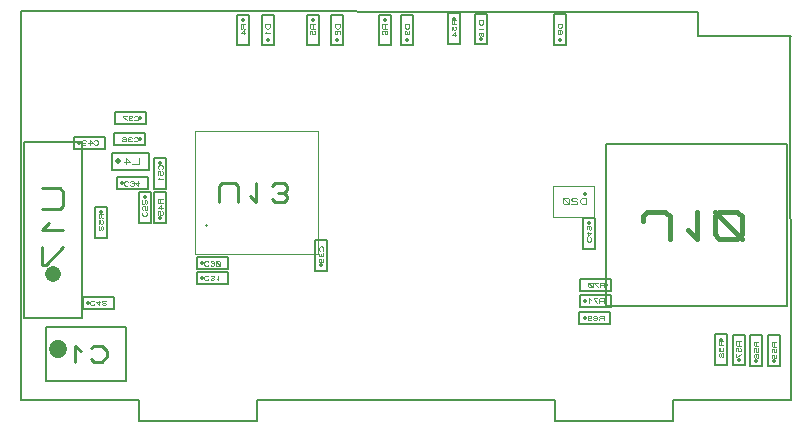
<source format=gbr>
G04 PROTEUS RS274X GERBER FILE*
%FSLAX45Y45*%
%MOMM*%
G01*
%ADD42C,0.203200*%
%ADD100C,0.050000*%
%ADD117C,0.270000*%
%ADD118C,0.262250*%
%ADD108C,0.360000*%
%ADD119C,0.086250*%
%ADD11C,1.524000*%
%ADD105C,0.225210*%
%ADD120C,0.382400*%
%ADD121C,1.350000*%
%ADD122C,0.294000*%
%ADD111C,0.355600*%
%ADD112C,0.060960*%
%ADD12C,0.508000*%
%ADD123C,0.085340*%
D42*
X+818980Y-4046380D02*
X+818980Y-756380D01*
D100*
X+2291340Y-2811940D02*
X+3335340Y-2811940D01*
X+3335340Y-1767940D01*
X+2291340Y-1767940D01*
X+2291340Y-2811940D01*
D117*
X+2389340Y-2564940D02*
X+2389340Y-2564940D01*
D118*
X+2498640Y-2368615D02*
X+2498640Y-2237490D01*
X+2524865Y-2211265D01*
X+2629765Y-2211265D01*
X+2655990Y-2237490D01*
X+2655990Y-2368615D01*
X+2760890Y-2316165D02*
X+2813340Y-2368615D01*
X+2813340Y-2211265D01*
X+2944465Y-2342390D02*
X+2970690Y-2368615D01*
X+3049365Y-2368615D01*
X+3075590Y-2342390D01*
X+3075590Y-2316165D01*
X+3049365Y-2289940D01*
X+3075590Y-2263715D01*
X+3075590Y-2237490D01*
X+3049365Y-2211265D01*
X+2970690Y-2211265D01*
X+2944465Y-2237490D01*
X+2996915Y-2289940D02*
X+3049365Y-2289940D01*
D42*
X+7338980Y-4046380D02*
X+7336440Y-966720D01*
X+817880Y-754380D02*
X+6554000Y-756920D01*
X+1818640Y-4046220D02*
X+1818640Y-4216700D01*
X+1818640Y-4218940D02*
X+2016760Y-4218940D01*
X+1818640Y-4218940D02*
X+2817020Y-4218940D01*
X+2817460Y-4047860D02*
X+2817460Y-4218340D01*
D100*
X+5330000Y-2493500D02*
X+5670000Y-2493500D01*
X+5670000Y-2233500D01*
X+5330000Y-2233500D01*
X+5330000Y-2493500D01*
D108*
X+5595000Y-2298500D02*
X+5595000Y-2298500D01*
D119*
X+5603500Y-2389375D02*
X+5603500Y-2337625D01*
X+5569000Y-2337625D01*
X+5551750Y-2354875D01*
X+5551750Y-2372125D01*
X+5569000Y-2389375D01*
X+5603500Y-2389375D01*
X+5525875Y-2346250D02*
X+5517250Y-2337625D01*
X+5491375Y-2337625D01*
X+5482750Y-2346250D01*
X+5482750Y-2354875D01*
X+5491375Y-2363500D01*
X+5517250Y-2363500D01*
X+5525875Y-2372125D01*
X+5525875Y-2389375D01*
X+5482750Y-2389375D01*
X+5465500Y-2380750D02*
X+5465500Y-2346250D01*
X+5456875Y-2337625D01*
X+5422375Y-2337625D01*
X+5413750Y-2346250D01*
X+5413750Y-2380750D01*
X+5422375Y-2389375D01*
X+5456875Y-2389375D01*
X+5465500Y-2380750D01*
X+5465500Y-2389375D02*
X+5413750Y-2337625D01*
D42*
X+1034840Y-3881200D02*
X+1710480Y-3881200D01*
X+1710480Y-3426540D01*
X+1034840Y-3426540D01*
X+1034840Y-3881200D01*
D11*
X+1136440Y-3617040D02*
X+1136440Y-3617040D01*
D105*
X+1417703Y-3698913D02*
X+1440224Y-3721434D01*
X+1507788Y-3721434D01*
X+1552830Y-3676391D01*
X+1552830Y-3631349D01*
X+1507788Y-3586306D01*
X+1440224Y-3586306D01*
X+1417703Y-3608827D01*
X+1327618Y-3631349D02*
X+1282575Y-3586306D01*
X+1282575Y-3721434D01*
D42*
X+5778240Y-3246960D02*
X+7307860Y-3246960D01*
X+7307860Y-1881440D01*
X+5778240Y-1881440D01*
X+5778240Y-3246960D01*
D120*
X+6084164Y-2525960D02*
X+6084164Y-2487719D01*
X+6122404Y-2449479D01*
X+6275366Y-2449479D01*
X+6313607Y-2487719D01*
X+6313607Y-2678922D01*
X+6466569Y-2602441D02*
X+6543050Y-2678922D01*
X+6543050Y-2449479D01*
X+6696012Y-2487719D02*
X+6696012Y-2640681D01*
X+6734252Y-2678922D01*
X+6887214Y-2678922D01*
X+6925455Y-2640681D01*
X+6925455Y-2487719D01*
X+6887214Y-2449479D01*
X+6734252Y-2449479D01*
X+6696012Y-2487719D01*
X+6696012Y-2449479D02*
X+6925455Y-2678922D01*
D42*
X+2816860Y-4046220D02*
X+5341620Y-4046220D01*
X+1818640Y-4046220D02*
X+817880Y-4046220D01*
X+5341620Y-4218940D02*
X+5341620Y-4046220D01*
X+6339840Y-4046220D02*
X+7338060Y-4046220D01*
X+6339840Y-4218940D02*
X+6339840Y-4046220D01*
X+5341620Y-4218940D02*
X+6339840Y-4218940D01*
X+845480Y-3352820D02*
X+1335480Y-3352820D01*
X+1335480Y-1856820D01*
X+845480Y-1856820D01*
X+845480Y-3352820D01*
D121*
X+1090480Y-2981820D02*
X+1090480Y-2981820D01*
D122*
X+1002280Y-2252020D02*
X+1149280Y-2252020D01*
X+1178680Y-2281420D01*
X+1178680Y-2399020D01*
X+1149280Y-2428420D01*
X+1002280Y-2428420D01*
X+1061080Y-2546020D02*
X+1002280Y-2604820D01*
X+1178680Y-2604820D01*
X+1002280Y-2751820D02*
X+1002280Y-2898820D01*
X+1031680Y-2898820D01*
X+1178680Y-2751820D01*
D42*
X+1447300Y-2671750D02*
X+1548900Y-2671750D01*
X+1548900Y-2410130D01*
X+1447300Y-2410130D01*
X+1447300Y-2671750D01*
D111*
X+1498100Y-2454580D02*
X+1498100Y-2454580D01*
D112*
X+1516388Y-2467788D02*
X+1479812Y-2467788D01*
X+1479812Y-2498268D01*
X+1485908Y-2504364D01*
X+1492004Y-2504364D01*
X+1498100Y-2498268D01*
X+1498100Y-2467788D01*
X+1498100Y-2498268D02*
X+1504196Y-2504364D01*
X+1516388Y-2504364D01*
X+1479812Y-2553132D02*
X+1479812Y-2522652D01*
X+1492004Y-2522652D01*
X+1492004Y-2547036D01*
X+1498100Y-2553132D01*
X+1510292Y-2553132D01*
X+1516388Y-2547036D01*
X+1516388Y-2528748D01*
X+1510292Y-2522652D01*
X+1485908Y-2571420D02*
X+1479812Y-2577516D01*
X+1479812Y-2595804D01*
X+1485908Y-2601900D01*
X+1492004Y-2601900D01*
X+1498100Y-2595804D01*
X+1504196Y-2601900D01*
X+1510292Y-2601900D01*
X+1516388Y-2595804D01*
X+1516388Y-2577516D01*
X+1510292Y-2571420D01*
X+1498100Y-2583612D02*
X+1498100Y-2595804D01*
D42*
X+1348450Y-3273400D02*
X+1610070Y-3273400D01*
X+1610070Y-3171800D01*
X+1348450Y-3171800D01*
X+1348450Y-3273400D01*
D111*
X+1392900Y-3222600D02*
X+1392900Y-3222600D01*
D112*
X+1442684Y-3210408D02*
X+1436588Y-3204312D01*
X+1418300Y-3204312D01*
X+1406108Y-3216504D01*
X+1406108Y-3228696D01*
X+1418300Y-3240888D01*
X+1436588Y-3240888D01*
X+1442684Y-3234792D01*
X+1491452Y-3216504D02*
X+1454876Y-3216504D01*
X+1479260Y-3240888D01*
X+1479260Y-3204312D01*
X+1509740Y-3234792D02*
X+1515836Y-3240888D01*
X+1534124Y-3240888D01*
X+1540220Y-3234792D01*
X+1540220Y-3228696D01*
X+1534124Y-3222600D01*
X+1515836Y-3222600D01*
X+1509740Y-3216504D01*
X+1509740Y-3204312D01*
X+1540220Y-3204312D01*
D42*
X+7149200Y-3760650D02*
X+7250800Y-3760650D01*
X+7250800Y-3499030D01*
X+7149200Y-3499030D01*
X+7149200Y-3760650D01*
D111*
X+7200000Y-3716200D02*
X+7200000Y-3716200D01*
D112*
X+7218288Y-3556688D02*
X+7181712Y-3556688D01*
X+7181712Y-3587168D01*
X+7187808Y-3593264D01*
X+7193904Y-3593264D01*
X+7200000Y-3587168D01*
X+7200000Y-3556688D01*
X+7200000Y-3587168D02*
X+7206096Y-3593264D01*
X+7218288Y-3593264D01*
X+7181712Y-3642032D02*
X+7181712Y-3611552D01*
X+7193904Y-3611552D01*
X+7193904Y-3635936D01*
X+7200000Y-3642032D01*
X+7212192Y-3642032D01*
X+7218288Y-3635936D01*
X+7218288Y-3617648D01*
X+7212192Y-3611552D01*
X+7181712Y-3690800D02*
X+7181712Y-3660320D01*
X+7193904Y-3660320D01*
X+7193904Y-3684704D01*
X+7200000Y-3690800D01*
X+7212192Y-3690800D01*
X+7218288Y-3684704D01*
X+7218288Y-3666416D01*
X+7212192Y-3660320D01*
D42*
X+6996660Y-3755910D02*
X+7098260Y-3755910D01*
X+7098260Y-3494290D01*
X+6996660Y-3494290D01*
X+6996660Y-3755910D01*
D111*
X+7047460Y-3711460D02*
X+7047460Y-3711460D01*
D112*
X+7065748Y-3551948D02*
X+7029172Y-3551948D01*
X+7029172Y-3582428D01*
X+7035268Y-3588524D01*
X+7041364Y-3588524D01*
X+7047460Y-3582428D01*
X+7047460Y-3551948D01*
X+7047460Y-3582428D02*
X+7053556Y-3588524D01*
X+7065748Y-3588524D01*
X+7029172Y-3637292D02*
X+7029172Y-3606812D01*
X+7041364Y-3606812D01*
X+7041364Y-3631196D01*
X+7047460Y-3637292D01*
X+7059652Y-3637292D01*
X+7065748Y-3631196D01*
X+7065748Y-3612908D01*
X+7059652Y-3606812D01*
X+7035268Y-3686060D02*
X+7029172Y-3679964D01*
X+7029172Y-3661676D01*
X+7035268Y-3655580D01*
X+7059652Y-3655580D01*
X+7065748Y-3661676D01*
X+7065748Y-3679964D01*
X+7059652Y-3686060D01*
X+7053556Y-3686060D01*
X+7047460Y-3679964D01*
X+7047460Y-3655580D01*
D42*
X+6846500Y-3753190D02*
X+6948100Y-3753190D01*
X+6948100Y-3491570D01*
X+6846500Y-3491570D01*
X+6846500Y-3753190D01*
D111*
X+6897300Y-3708740D02*
X+6897300Y-3708740D01*
D112*
X+6915588Y-3549228D02*
X+6879012Y-3549228D01*
X+6879012Y-3579708D01*
X+6885108Y-3585804D01*
X+6891204Y-3585804D01*
X+6897300Y-3579708D01*
X+6897300Y-3549228D01*
X+6897300Y-3579708D02*
X+6903396Y-3585804D01*
X+6915588Y-3585804D01*
X+6879012Y-3634572D02*
X+6879012Y-3604092D01*
X+6891204Y-3604092D01*
X+6891204Y-3628476D01*
X+6897300Y-3634572D01*
X+6909492Y-3634572D01*
X+6915588Y-3628476D01*
X+6915588Y-3610188D01*
X+6909492Y-3604092D01*
X+6879012Y-3652860D02*
X+6879012Y-3683340D01*
X+6885108Y-3683340D01*
X+6915588Y-3652860D01*
D42*
X+6698720Y-3750990D02*
X+6800320Y-3750990D01*
X+6800320Y-3489370D01*
X+6698720Y-3489370D01*
X+6698720Y-3750990D01*
D111*
X+6749520Y-3533820D02*
X+6749520Y-3533820D01*
D112*
X+6767808Y-3547028D02*
X+6731232Y-3547028D01*
X+6731232Y-3577508D01*
X+6737328Y-3583604D01*
X+6743424Y-3583604D01*
X+6749520Y-3577508D01*
X+6749520Y-3547028D01*
X+6749520Y-3577508D02*
X+6755616Y-3583604D01*
X+6767808Y-3583604D01*
X+6731232Y-3632372D02*
X+6731232Y-3601892D01*
X+6743424Y-3601892D01*
X+6743424Y-3626276D01*
X+6749520Y-3632372D01*
X+6761712Y-3632372D01*
X+6767808Y-3626276D01*
X+6767808Y-3607988D01*
X+6761712Y-3601892D01*
X+6749520Y-3656756D02*
X+6743424Y-3650660D01*
X+6737328Y-3650660D01*
X+6731232Y-3656756D01*
X+6731232Y-3675044D01*
X+6737328Y-3681140D01*
X+6743424Y-3681140D01*
X+6749520Y-3675044D01*
X+6749520Y-3656756D01*
X+6755616Y-3650660D01*
X+6761712Y-3650660D01*
X+6767808Y-3656756D01*
X+6767808Y-3675044D01*
X+6761712Y-3681140D01*
X+6755616Y-3681140D01*
X+6749520Y-3675044D01*
D42*
X+5579100Y-2763470D02*
X+5680700Y-2763470D01*
X+5680700Y-2501850D01*
X+5579100Y-2501850D01*
X+5579100Y-2763470D01*
D111*
X+5629900Y-2546300D02*
X+5629900Y-2546300D01*
D112*
X+5617708Y-2669236D02*
X+5611612Y-2675332D01*
X+5611612Y-2693620D01*
X+5623804Y-2705812D01*
X+5635996Y-2705812D01*
X+5648188Y-2693620D01*
X+5648188Y-2675332D01*
X+5642092Y-2669236D01*
X+5623804Y-2620468D02*
X+5623804Y-2657044D01*
X+5648188Y-2632660D01*
X+5611612Y-2632660D01*
X+5635996Y-2571700D02*
X+5629900Y-2577796D01*
X+5629900Y-2596084D01*
X+5635996Y-2602180D01*
X+5642092Y-2602180D01*
X+5648188Y-2596084D01*
X+5648188Y-2577796D01*
X+5642092Y-2571700D01*
X+5617708Y-2571700D01*
X+5611612Y-2577796D01*
X+5611612Y-2596084D01*
D42*
X+5554930Y-3120400D02*
X+5816550Y-3120400D01*
X+5816550Y-3018800D01*
X+5554930Y-3018800D01*
X+5554930Y-3120400D01*
D111*
X+5772100Y-3069600D02*
X+5772100Y-3069600D01*
D112*
X+5758892Y-3087888D02*
X+5758892Y-3051312D01*
X+5728412Y-3051312D01*
X+5722316Y-3057408D01*
X+5722316Y-3063504D01*
X+5728412Y-3069600D01*
X+5758892Y-3069600D01*
X+5728412Y-3069600D02*
X+5722316Y-3075696D01*
X+5722316Y-3087888D01*
X+5704028Y-3051312D02*
X+5673548Y-3051312D01*
X+5673548Y-3057408D01*
X+5704028Y-3087888D01*
X+5661356Y-3081792D02*
X+5661356Y-3057408D01*
X+5655260Y-3051312D01*
X+5630876Y-3051312D01*
X+5624780Y-3057408D01*
X+5624780Y-3081792D01*
X+5630876Y-3087888D01*
X+5655260Y-3087888D01*
X+5661356Y-3081792D01*
X+5661356Y-3087888D02*
X+5624780Y-3051312D01*
D42*
X+5552490Y-3255000D02*
X+5814110Y-3255000D01*
X+5814110Y-3153400D01*
X+5552490Y-3153400D01*
X+5552490Y-3255000D01*
D111*
X+5596940Y-3204200D02*
X+5596940Y-3204200D01*
D112*
X+5756452Y-3222488D02*
X+5756452Y-3185912D01*
X+5725972Y-3185912D01*
X+5719876Y-3192008D01*
X+5719876Y-3198104D01*
X+5725972Y-3204200D01*
X+5756452Y-3204200D01*
X+5725972Y-3204200D02*
X+5719876Y-3210296D01*
X+5719876Y-3222488D01*
X+5701588Y-3185912D02*
X+5671108Y-3185912D01*
X+5671108Y-3192008D01*
X+5701588Y-3222488D01*
X+5646724Y-3198104D02*
X+5634532Y-3185912D01*
X+5634532Y-3222488D01*
D42*
X+5549850Y-3402340D02*
X+5811470Y-3402340D01*
X+5811470Y-3300740D01*
X+5549850Y-3300740D01*
X+5549850Y-3402340D01*
D111*
X+5594300Y-3351540D02*
X+5594300Y-3351540D01*
D112*
X+5753812Y-3369828D02*
X+5753812Y-3333252D01*
X+5723332Y-3333252D01*
X+5717236Y-3339348D01*
X+5717236Y-3345444D01*
X+5723332Y-3351540D01*
X+5753812Y-3351540D01*
X+5723332Y-3351540D02*
X+5717236Y-3357636D01*
X+5717236Y-3369828D01*
X+5668468Y-3339348D02*
X+5674564Y-3333252D01*
X+5692852Y-3333252D01*
X+5698948Y-3339348D01*
X+5698948Y-3363732D01*
X+5692852Y-3369828D01*
X+5674564Y-3369828D01*
X+5668468Y-3363732D01*
X+5668468Y-3357636D01*
X+5674564Y-3351540D01*
X+5698948Y-3351540D01*
X+5619700Y-3345444D02*
X+5625796Y-3351540D01*
X+5644084Y-3351540D01*
X+5650180Y-3345444D01*
X+5650180Y-3339348D01*
X+5644084Y-3333252D01*
X+5625796Y-3333252D01*
X+5619700Y-3339348D01*
X+5619700Y-3363732D01*
X+5625796Y-3369828D01*
X+5644084Y-3369828D01*
D42*
X+5332480Y-1041450D02*
X+5434080Y-1041450D01*
X+5434080Y-779830D01*
X+5332480Y-779830D01*
X+5332480Y-1041450D01*
D111*
X+5383280Y-997000D02*
X+5383280Y-997000D01*
D112*
X+5401568Y-861872D02*
X+5364992Y-861872D01*
X+5364992Y-886256D01*
X+5377184Y-898448D01*
X+5389376Y-898448D01*
X+5401568Y-886256D01*
X+5401568Y-861872D01*
X+5383280Y-922832D02*
X+5377184Y-916736D01*
X+5371088Y-916736D01*
X+5364992Y-922832D01*
X+5364992Y-941120D01*
X+5371088Y-947216D01*
X+5377184Y-947216D01*
X+5383280Y-941120D01*
X+5383280Y-922832D01*
X+5389376Y-916736D01*
X+5395472Y-916736D01*
X+5401568Y-922832D01*
X+5401568Y-941120D01*
X+5395472Y-947216D01*
X+5389376Y-947216D01*
X+5383280Y-941120D01*
D42*
X+1591260Y-2094240D02*
X+1906220Y-2094240D01*
X+1906220Y-1952000D01*
X+1591260Y-1952000D01*
X+1591260Y-2094240D01*
D12*
X+1642060Y-2025660D02*
X+1642060Y-2025660D01*
D123*
X+1817015Y-1997517D02*
X+1817015Y-2048724D01*
X+1765809Y-2048724D01*
X+1697534Y-2031655D02*
X+1748740Y-2031655D01*
X+1714603Y-1997517D01*
X+1714603Y-2048724D01*
D42*
X+1951980Y-2255470D02*
X+2053580Y-2255470D01*
X+2053580Y-1993850D01*
X+1951980Y-1993850D01*
X+1951980Y-2255470D01*
D111*
X+2002780Y-2038300D02*
X+2002780Y-2038300D01*
D112*
X+2014972Y-2088084D02*
X+2021068Y-2081988D01*
X+2021068Y-2063700D01*
X+2008876Y-2051508D01*
X+1996684Y-2051508D01*
X+1984492Y-2063700D01*
X+1984492Y-2081988D01*
X+1990588Y-2088084D01*
X+1984492Y-2136852D02*
X+1984492Y-2106372D01*
X+1996684Y-2106372D01*
X+1996684Y-2130756D01*
X+2002780Y-2136852D01*
X+2014972Y-2136852D01*
X+2021068Y-2130756D01*
X+2021068Y-2112468D01*
X+2014972Y-2106372D01*
X+1996684Y-2161236D02*
X+1984492Y-2173428D01*
X+2021068Y-2173428D01*
D42*
X+1633170Y-2261880D02*
X+1894790Y-2261880D01*
X+1894790Y-2160280D01*
X+1633170Y-2160280D01*
X+1633170Y-2261880D01*
D111*
X+1677620Y-2211080D02*
X+1677620Y-2211080D01*
D112*
X+1727404Y-2198888D02*
X+1721308Y-2192792D01*
X+1703020Y-2192792D01*
X+1690828Y-2204984D01*
X+1690828Y-2217176D01*
X+1703020Y-2229368D01*
X+1721308Y-2229368D01*
X+1727404Y-2223272D01*
X+1745692Y-2223272D02*
X+1751788Y-2229368D01*
X+1770076Y-2229368D01*
X+1776172Y-2223272D01*
X+1776172Y-2217176D01*
X+1770076Y-2211080D01*
X+1776172Y-2204984D01*
X+1776172Y-2198888D01*
X+1770076Y-2192792D01*
X+1751788Y-2192792D01*
X+1745692Y-2198888D01*
X+1757884Y-2211080D02*
X+1770076Y-2211080D01*
X+1824940Y-2204984D02*
X+1788364Y-2204984D01*
X+1812748Y-2229368D01*
X+1812748Y-2192792D01*
D42*
X+1952000Y-2547670D02*
X+2053600Y-2547670D01*
X+2053600Y-2286050D01*
X+1952000Y-2286050D01*
X+1952000Y-2547670D01*
D111*
X+2002800Y-2503220D02*
X+2002800Y-2503220D01*
D112*
X+2021088Y-2343708D02*
X+1984512Y-2343708D01*
X+1984512Y-2374188D01*
X+1990608Y-2380284D01*
X+1996704Y-2380284D01*
X+2002800Y-2374188D01*
X+2002800Y-2343708D01*
X+2002800Y-2374188D02*
X+2008896Y-2380284D01*
X+2021088Y-2380284D01*
X+2008896Y-2429052D02*
X+2008896Y-2392476D01*
X+1984512Y-2416860D01*
X+2021088Y-2416860D01*
X+1984512Y-2477820D02*
X+1984512Y-2447340D01*
X+1996704Y-2447340D01*
X+1996704Y-2471724D01*
X+2002800Y-2477820D01*
X+2014992Y-2477820D01*
X+2021088Y-2471724D01*
X+2021088Y-2453436D01*
X+2014992Y-2447340D01*
D42*
X+1817320Y-2547630D02*
X+1918920Y-2547630D01*
X+1918920Y-2286010D01*
X+1817320Y-2286010D01*
X+1817320Y-2547630D01*
D111*
X+1868120Y-2330460D02*
X+1868120Y-2330460D01*
D112*
X+1855928Y-2453396D02*
X+1849832Y-2459492D01*
X+1849832Y-2477780D01*
X+1862024Y-2489972D01*
X+1874216Y-2489972D01*
X+1886408Y-2477780D01*
X+1886408Y-2459492D01*
X+1880312Y-2453396D01*
X+1886408Y-2404628D02*
X+1886408Y-2435108D01*
X+1874216Y-2435108D01*
X+1874216Y-2410724D01*
X+1868120Y-2404628D01*
X+1855928Y-2404628D01*
X+1849832Y-2410724D01*
X+1849832Y-2429012D01*
X+1855928Y-2435108D01*
X+1880312Y-2386340D02*
X+1886408Y-2380244D01*
X+1886408Y-2361956D01*
X+1880312Y-2355860D01*
X+1874216Y-2355860D01*
X+1868120Y-2361956D01*
X+1868120Y-2380244D01*
X+1862024Y-2386340D01*
X+1849832Y-2386340D01*
X+1849832Y-2355860D01*
D42*
X+1615490Y-1710680D02*
X+1877110Y-1710680D01*
X+1877110Y-1609080D01*
X+1615490Y-1609080D01*
X+1615490Y-1710680D01*
D111*
X+1832660Y-1659880D02*
X+1832660Y-1659880D01*
D112*
X+1782876Y-1672072D02*
X+1788972Y-1678168D01*
X+1807260Y-1678168D01*
X+1819452Y-1665976D01*
X+1819452Y-1653784D01*
X+1807260Y-1641592D01*
X+1788972Y-1641592D01*
X+1782876Y-1647688D01*
X+1764588Y-1647688D02*
X+1758492Y-1641592D01*
X+1740204Y-1641592D01*
X+1734108Y-1647688D01*
X+1734108Y-1653784D01*
X+1740204Y-1659880D01*
X+1734108Y-1665976D01*
X+1734108Y-1672072D01*
X+1740204Y-1678168D01*
X+1758492Y-1678168D01*
X+1764588Y-1672072D01*
X+1752396Y-1659880D02*
X+1740204Y-1659880D01*
X+1715820Y-1641592D02*
X+1685340Y-1641592D01*
X+1685340Y-1647688D01*
X+1715820Y-1678168D01*
D42*
X+1610410Y-1888480D02*
X+1872030Y-1888480D01*
X+1872030Y-1786880D01*
X+1610410Y-1786880D01*
X+1610410Y-1888480D01*
D111*
X+1827580Y-1837680D02*
X+1827580Y-1837680D01*
D112*
X+1777796Y-1849872D02*
X+1783892Y-1855968D01*
X+1802180Y-1855968D01*
X+1814372Y-1843776D01*
X+1814372Y-1831584D01*
X+1802180Y-1819392D01*
X+1783892Y-1819392D01*
X+1777796Y-1825488D01*
X+1759508Y-1825488D02*
X+1753412Y-1819392D01*
X+1735124Y-1819392D01*
X+1729028Y-1825488D01*
X+1729028Y-1831584D01*
X+1735124Y-1837680D01*
X+1729028Y-1843776D01*
X+1729028Y-1849872D01*
X+1735124Y-1855968D01*
X+1753412Y-1855968D01*
X+1759508Y-1849872D01*
X+1747316Y-1837680D02*
X+1735124Y-1837680D01*
X+1680260Y-1825488D02*
X+1686356Y-1819392D01*
X+1704644Y-1819392D01*
X+1710740Y-1825488D01*
X+1710740Y-1849872D01*
X+1704644Y-1855968D01*
X+1686356Y-1855968D01*
X+1680260Y-1849872D01*
X+1680260Y-1843776D01*
X+1686356Y-1837680D01*
X+1710740Y-1837680D01*
D42*
X+1272490Y-1916440D02*
X+1534110Y-1916440D01*
X+1534110Y-1814840D01*
X+1272490Y-1814840D01*
X+1272490Y-1916440D01*
D111*
X+1316940Y-1865640D02*
X+1316940Y-1865640D01*
D112*
X+1439876Y-1877832D02*
X+1445972Y-1883928D01*
X+1464260Y-1883928D01*
X+1476452Y-1871736D01*
X+1476452Y-1859544D01*
X+1464260Y-1847352D01*
X+1445972Y-1847352D01*
X+1439876Y-1853448D01*
X+1391108Y-1871736D02*
X+1427684Y-1871736D01*
X+1403300Y-1847352D01*
X+1403300Y-1883928D01*
X+1372820Y-1853448D02*
X+1366724Y-1847352D01*
X+1348436Y-1847352D01*
X+1342340Y-1853448D01*
X+1342340Y-1859544D01*
X+1348436Y-1865640D01*
X+1342340Y-1871736D01*
X+1342340Y-1877832D01*
X+1348436Y-1883928D01*
X+1366724Y-1883928D01*
X+1372820Y-1877832D01*
X+1360628Y-1865640D02*
X+1348436Y-1865640D01*
D42*
X+3449500Y-1043570D02*
X+3551100Y-1043570D01*
X+3551100Y-781950D01*
X+3449500Y-781950D01*
X+3449500Y-1043570D01*
D111*
X+3500300Y-999120D02*
X+3500300Y-999120D01*
D112*
X+3518588Y-863992D02*
X+3482012Y-863992D01*
X+3482012Y-888376D01*
X+3494204Y-900568D01*
X+3506396Y-900568D01*
X+3518588Y-888376D01*
X+3518588Y-863992D01*
X+3488108Y-918856D02*
X+3482012Y-924952D01*
X+3482012Y-943240D01*
X+3488108Y-949336D01*
X+3494204Y-949336D01*
X+3500300Y-943240D01*
X+3500300Y-924952D01*
X+3506396Y-918856D01*
X+3518588Y-918856D01*
X+3518588Y-949336D01*
D42*
X+4040000Y-1043570D02*
X+4141600Y-1043570D01*
X+4141600Y-781950D01*
X+4040000Y-781950D01*
X+4040000Y-1043570D01*
D111*
X+4090800Y-999120D02*
X+4090800Y-999120D01*
D112*
X+4109088Y-863992D02*
X+4072512Y-863992D01*
X+4072512Y-888376D01*
X+4084704Y-900568D01*
X+4096896Y-900568D01*
X+4109088Y-888376D01*
X+4109088Y-863992D01*
X+4078608Y-918856D02*
X+4072512Y-924952D01*
X+4072512Y-943240D01*
X+4078608Y-949336D01*
X+4084704Y-949336D01*
X+4090800Y-943240D01*
X+4096896Y-949336D01*
X+4102992Y-949336D01*
X+4109088Y-943240D01*
X+4109088Y-924952D01*
X+4102992Y-918856D01*
X+4090800Y-931048D02*
X+4090800Y-943240D01*
D42*
X+4666651Y-1034621D02*
X+4768251Y-1034621D01*
X+4768251Y-773001D01*
X+4666651Y-773001D01*
X+4666651Y-1034621D01*
D111*
X+4717451Y-990171D02*
X+4717451Y-990171D01*
D112*
X+4735739Y-830659D02*
X+4699163Y-830659D01*
X+4699163Y-855043D01*
X+4711355Y-867235D01*
X+4723547Y-867235D01*
X+4735739Y-855043D01*
X+4735739Y-830659D01*
X+4711355Y-891619D02*
X+4699163Y-903811D01*
X+4735739Y-903811D01*
X+4717451Y-940387D02*
X+4711355Y-934291D01*
X+4705259Y-934291D01*
X+4699163Y-940387D01*
X+4699163Y-958675D01*
X+4705259Y-964771D01*
X+4711355Y-964771D01*
X+4717451Y-958675D01*
X+4717451Y-940387D01*
X+4723547Y-934291D01*
X+4729643Y-934291D01*
X+4735739Y-940387D01*
X+4735739Y-958675D01*
X+4729643Y-964771D01*
X+4723547Y-964771D01*
X+4717451Y-958675D01*
D42*
X+2859000Y-1043570D02*
X+2960600Y-1043570D01*
X+2960600Y-781950D01*
X+2859000Y-781950D01*
X+2859000Y-1043570D01*
D111*
X+2909800Y-999120D02*
X+2909800Y-999120D01*
D112*
X+2928088Y-863992D02*
X+2891512Y-863992D01*
X+2891512Y-888376D01*
X+2903704Y-900568D01*
X+2915896Y-900568D01*
X+2928088Y-888376D01*
X+2928088Y-863992D01*
X+2903704Y-924952D02*
X+2891512Y-937144D01*
X+2928088Y-937144D01*
D42*
X+2649000Y-1043570D02*
X+2750600Y-1043570D01*
X+2750600Y-781950D01*
X+2649000Y-781950D01*
X+2649000Y-1043570D01*
D111*
X+2699800Y-826400D02*
X+2699800Y-826400D01*
D112*
X+2718088Y-863992D02*
X+2681512Y-863992D01*
X+2681512Y-894472D01*
X+2687608Y-900568D01*
X+2693704Y-900568D01*
X+2699800Y-894472D01*
X+2699800Y-863992D01*
X+2699800Y-894472D02*
X+2705896Y-900568D01*
X+2718088Y-900568D01*
X+2705896Y-949336D02*
X+2705896Y-912760D01*
X+2681512Y-937144D01*
X+2718088Y-937144D01*
D42*
X+3239500Y-1043570D02*
X+3341100Y-1043570D01*
X+3341100Y-781950D01*
X+3239500Y-781950D01*
X+3239500Y-1043570D01*
D111*
X+3290300Y-826400D02*
X+3290300Y-826400D01*
D112*
X+3308588Y-863992D02*
X+3272012Y-863992D01*
X+3272012Y-894472D01*
X+3278108Y-900568D01*
X+3284204Y-900568D01*
X+3290300Y-894472D01*
X+3290300Y-863992D01*
X+3290300Y-894472D02*
X+3296396Y-900568D01*
X+3308588Y-900568D01*
X+3272012Y-949336D02*
X+3272012Y-918856D01*
X+3284204Y-918856D01*
X+3284204Y-943240D01*
X+3290300Y-949336D01*
X+3302492Y-949336D01*
X+3308588Y-943240D01*
X+3308588Y-924952D01*
X+3302492Y-918856D01*
D42*
X+3850000Y-1043570D02*
X+3951600Y-1043570D01*
X+3951600Y-781950D01*
X+3850000Y-781950D01*
X+3850000Y-1043570D01*
D111*
X+3900800Y-826400D02*
X+3900800Y-826400D01*
D112*
X+3919088Y-863992D02*
X+3882512Y-863992D01*
X+3882512Y-894472D01*
X+3888608Y-900568D01*
X+3894704Y-900568D01*
X+3900800Y-894472D01*
X+3900800Y-863992D01*
X+3900800Y-894472D02*
X+3906896Y-900568D01*
X+3919088Y-900568D01*
X+3888608Y-949336D02*
X+3882512Y-943240D01*
X+3882512Y-924952D01*
X+3888608Y-918856D01*
X+3912992Y-918856D01*
X+3919088Y-924952D01*
X+3919088Y-943240D01*
X+3912992Y-949336D01*
X+3906896Y-949336D01*
X+3900800Y-943240D01*
X+3900800Y-918856D01*
D42*
X+4436379Y-1033081D02*
X+4537979Y-1033081D01*
X+4537979Y-771461D01*
X+4436379Y-771461D01*
X+4436379Y-1033081D01*
D111*
X+4487179Y-815911D02*
X+4487179Y-815911D01*
D112*
X+4505467Y-829119D02*
X+4468891Y-829119D01*
X+4468891Y-859599D01*
X+4474987Y-865695D01*
X+4481083Y-865695D01*
X+4487179Y-859599D01*
X+4487179Y-829119D01*
X+4487179Y-859599D02*
X+4493275Y-865695D01*
X+4505467Y-865695D01*
X+4468891Y-914463D02*
X+4468891Y-883983D01*
X+4481083Y-883983D01*
X+4481083Y-908367D01*
X+4487179Y-914463D01*
X+4499371Y-914463D01*
X+4505467Y-908367D01*
X+4505467Y-890079D01*
X+4499371Y-883983D01*
X+4493275Y-963231D02*
X+4493275Y-926655D01*
X+4468891Y-951039D01*
X+4505467Y-951039D01*
D42*
X+3313440Y-2948990D02*
X+3415040Y-2948990D01*
X+3415040Y-2687370D01*
X+3313440Y-2687370D01*
X+3313440Y-2948990D01*
D111*
X+3364240Y-2904540D02*
X+3364240Y-2904540D01*
D112*
X+3376432Y-2781604D02*
X+3382528Y-2775508D01*
X+3382528Y-2757220D01*
X+3370336Y-2745028D01*
X+3358144Y-2745028D01*
X+3345952Y-2757220D01*
X+3345952Y-2775508D01*
X+3352048Y-2781604D01*
X+3352048Y-2799892D02*
X+3345952Y-2805988D01*
X+3345952Y-2824276D01*
X+3352048Y-2830372D01*
X+3358144Y-2830372D01*
X+3364240Y-2824276D01*
X+3370336Y-2830372D01*
X+3376432Y-2830372D01*
X+3382528Y-2824276D01*
X+3382528Y-2805988D01*
X+3376432Y-2799892D01*
X+3364240Y-2812084D02*
X+3364240Y-2824276D01*
X+3358144Y-2879140D02*
X+3364240Y-2873044D01*
X+3364240Y-2854756D01*
X+3358144Y-2848660D01*
X+3352048Y-2848660D01*
X+3345952Y-2854756D01*
X+3345952Y-2873044D01*
X+3352048Y-2879140D01*
X+3376432Y-2879140D01*
X+3382528Y-2873044D01*
X+3382528Y-2854756D01*
D42*
X+2313890Y-2940060D02*
X+2575510Y-2940060D01*
X+2575510Y-2838460D01*
X+2313890Y-2838460D01*
X+2313890Y-2940060D01*
D111*
X+2358340Y-2889260D02*
X+2358340Y-2889260D01*
D112*
X+2408124Y-2877068D02*
X+2402028Y-2870972D01*
X+2383740Y-2870972D01*
X+2371548Y-2883164D01*
X+2371548Y-2895356D01*
X+2383740Y-2907548D01*
X+2402028Y-2907548D01*
X+2408124Y-2901452D01*
X+2426412Y-2901452D02*
X+2432508Y-2907548D01*
X+2450796Y-2907548D01*
X+2456892Y-2901452D01*
X+2456892Y-2895356D01*
X+2450796Y-2889260D01*
X+2456892Y-2883164D01*
X+2456892Y-2877068D01*
X+2450796Y-2870972D01*
X+2432508Y-2870972D01*
X+2426412Y-2877068D01*
X+2438604Y-2889260D02*
X+2450796Y-2889260D01*
X+2469084Y-2877068D02*
X+2469084Y-2901452D01*
X+2475180Y-2907548D01*
X+2499564Y-2907548D01*
X+2505660Y-2901452D01*
X+2505660Y-2877068D01*
X+2499564Y-2870972D01*
X+2475180Y-2870972D01*
X+2469084Y-2877068D01*
X+2469084Y-2870972D02*
X+2505660Y-2907548D01*
D42*
X+2313890Y-3061980D02*
X+2575510Y-3061980D01*
X+2575510Y-2960380D01*
X+2313890Y-2960380D01*
X+2313890Y-3061980D01*
D111*
X+2358340Y-3011180D02*
X+2358340Y-3011180D01*
D112*
X+2408124Y-2998988D02*
X+2402028Y-2992892D01*
X+2383740Y-2992892D01*
X+2371548Y-3005084D01*
X+2371548Y-3017276D01*
X+2383740Y-3029468D01*
X+2402028Y-3029468D01*
X+2408124Y-3023372D01*
X+2426412Y-3023372D02*
X+2432508Y-3029468D01*
X+2450796Y-3029468D01*
X+2456892Y-3023372D01*
X+2456892Y-3017276D01*
X+2450796Y-3011180D01*
X+2456892Y-3005084D01*
X+2456892Y-2998988D01*
X+2450796Y-2992892D01*
X+2432508Y-2992892D01*
X+2426412Y-2998988D01*
X+2438604Y-3011180D02*
X+2450796Y-3011180D01*
X+2481276Y-3017276D02*
X+2493468Y-3029468D01*
X+2493468Y-2992892D01*
D42*
X+6554000Y-756920D02*
X+6554000Y-967260D01*
X+7338060Y-967260D01*
M02*

</source>
